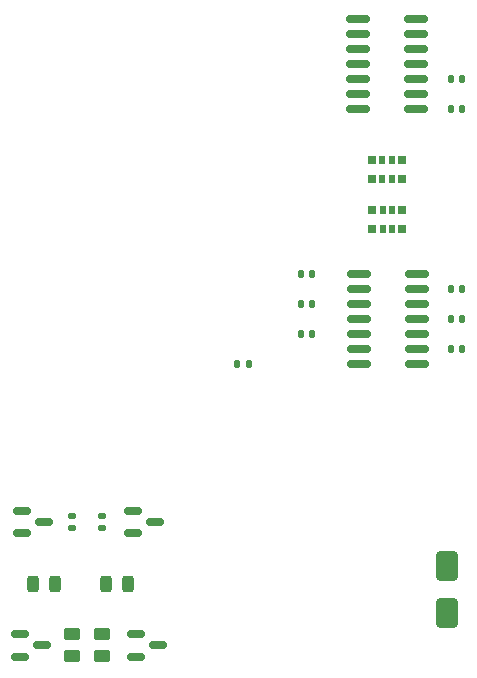
<source format=gtp>
G04 #@! TF.GenerationSoftware,KiCad,Pcbnew,8.0.2*
G04 #@! TF.CreationDate,2024-07-01T07:58:36+02:00*
G04 #@! TF.ProjectId,energiRegistrationForHA,656e6572-6769-4526-9567-697374726174,0*
G04 #@! TF.SameCoordinates,Original*
G04 #@! TF.FileFunction,Paste,Top*
G04 #@! TF.FilePolarity,Positive*
%FSLAX46Y46*%
G04 Gerber Fmt 4.6, Leading zero omitted, Abs format (unit mm)*
G04 Created by KiCad (PCBNEW 8.0.2) date 2024-07-01 07:58:36*
%MOMM*%
%LPD*%
G01*
G04 APERTURE LIST*
G04 Aperture macros list*
%AMRoundRect*
0 Rectangle with rounded corners*
0 $1 Rounding radius*
0 $2 $3 $4 $5 $6 $7 $8 $9 X,Y pos of 4 corners*
0 Add a 4 corners polygon primitive as box body*
4,1,4,$2,$3,$4,$5,$6,$7,$8,$9,$2,$3,0*
0 Add four circle primitives for the rounded corners*
1,1,$1+$1,$2,$3*
1,1,$1+$1,$4,$5*
1,1,$1+$1,$6,$7*
1,1,$1+$1,$8,$9*
0 Add four rect primitives between the rounded corners*
20,1,$1+$1,$2,$3,$4,$5,0*
20,1,$1+$1,$4,$5,$6,$7,0*
20,1,$1+$1,$6,$7,$8,$9,0*
20,1,$1+$1,$8,$9,$2,$3,0*%
G04 Aperture macros list end*
%ADD10RoundRect,0.243750X-0.243750X-0.456250X0.243750X-0.456250X0.243750X0.456250X-0.243750X0.456250X0*%
%ADD11RoundRect,0.150000X-0.587500X-0.150000X0.587500X-0.150000X0.587500X0.150000X-0.587500X0.150000X0*%
%ADD12RoundRect,0.140000X0.140000X0.170000X-0.140000X0.170000X-0.140000X-0.170000X0.140000X-0.170000X0*%
%ADD13RoundRect,0.135000X-0.185000X0.135000X-0.185000X-0.135000X0.185000X-0.135000X0.185000X0.135000X0*%
%ADD14RoundRect,0.140000X-0.140000X-0.170000X0.140000X-0.170000X0.140000X0.170000X-0.140000X0.170000X0*%
%ADD15RoundRect,0.150000X0.825000X0.150000X-0.825000X0.150000X-0.825000X-0.150000X0.825000X-0.150000X0*%
%ADD16RoundRect,0.135000X-0.135000X-0.185000X0.135000X-0.185000X0.135000X0.185000X-0.135000X0.185000X0*%
%ADD17RoundRect,0.150000X-0.825000X-0.150000X0.825000X-0.150000X0.825000X0.150000X-0.825000X0.150000X0*%
%ADD18R,0.750000X0.800000*%
%ADD19R,0.580000X0.800000*%
%ADD20RoundRect,0.250000X-0.650000X1.000000X-0.650000X-1.000000X0.650000X-1.000000X0.650000X1.000000X0*%
%ADD21RoundRect,0.250000X-0.450000X0.262500X-0.450000X-0.262500X0.450000X-0.262500X0.450000X0.262500X0*%
G04 APERTURE END LIST*
D10*
X55062500Y-77000000D03*
X56937500Y-77000000D03*
D11*
X63530000Y-70805000D03*
X63530000Y-72705000D03*
X65405000Y-71755000D03*
D12*
X78740000Y-53340000D03*
X77780000Y-53340000D03*
D11*
X54005000Y-81280000D03*
X54005000Y-83180000D03*
X55880000Y-82230000D03*
D13*
X60960000Y-71245000D03*
X60960000Y-72265000D03*
D14*
X90480000Y-57150000D03*
X91440000Y-57150000D03*
X90480000Y-34290000D03*
X91440000Y-34290000D03*
X90480000Y-52070000D03*
X91440000Y-52070000D03*
X90480000Y-36830000D03*
X91440000Y-36830000D03*
D15*
X87565000Y-36830000D03*
X87565000Y-35560000D03*
X87565000Y-34290000D03*
X87565000Y-33020000D03*
X87565000Y-31750000D03*
X87565000Y-30480000D03*
X87565000Y-29210000D03*
X82615000Y-29210000D03*
X82615000Y-30480000D03*
X82615000Y-31750000D03*
X82615000Y-33020000D03*
X82615000Y-34290000D03*
X82615000Y-35560000D03*
X82615000Y-36830000D03*
D13*
X58420000Y-71245000D03*
X58420000Y-72265000D03*
D16*
X72390000Y-58420000D03*
X73410000Y-58420000D03*
D11*
X63832500Y-81280000D03*
X63832500Y-83180000D03*
X65707500Y-82230000D03*
D17*
X82680000Y-50800000D03*
X82680000Y-52070000D03*
X82680000Y-53340000D03*
X82680000Y-54610000D03*
X82680000Y-55880000D03*
X82680000Y-57150000D03*
X82680000Y-58420000D03*
X87630000Y-58420000D03*
X87630000Y-57150000D03*
X87630000Y-55880000D03*
X87630000Y-54610000D03*
X87630000Y-53340000D03*
X87630000Y-52070000D03*
X87630000Y-50800000D03*
D10*
X61292500Y-77000000D03*
X63167500Y-77000000D03*
D18*
X86370000Y-41110000D03*
D19*
X85490000Y-41110000D03*
X84690000Y-41110000D03*
D18*
X83810000Y-41110000D03*
X83810000Y-42710000D03*
D19*
X84690000Y-42710000D03*
X85490000Y-42710000D03*
D18*
X86370000Y-42710000D03*
D12*
X78740000Y-50800000D03*
X77780000Y-50800000D03*
D20*
X90170000Y-75470000D03*
X90170000Y-79470000D03*
D11*
X54130000Y-70805000D03*
X54130000Y-72705000D03*
X56005000Y-71755000D03*
D21*
X60960000Y-81280000D03*
X60960000Y-83105000D03*
D12*
X78740000Y-55880000D03*
X77780000Y-55880000D03*
D18*
X83820000Y-46990000D03*
D19*
X84700000Y-46990000D03*
X85500000Y-46990000D03*
D18*
X86380000Y-46990000D03*
X86380000Y-45390000D03*
D19*
X85500000Y-45390000D03*
X84700000Y-45390000D03*
D18*
X83820000Y-45390000D03*
D21*
X58420000Y-81280000D03*
X58420000Y-83105000D03*
D14*
X90480000Y-54610000D03*
X91440000Y-54610000D03*
M02*

</source>
